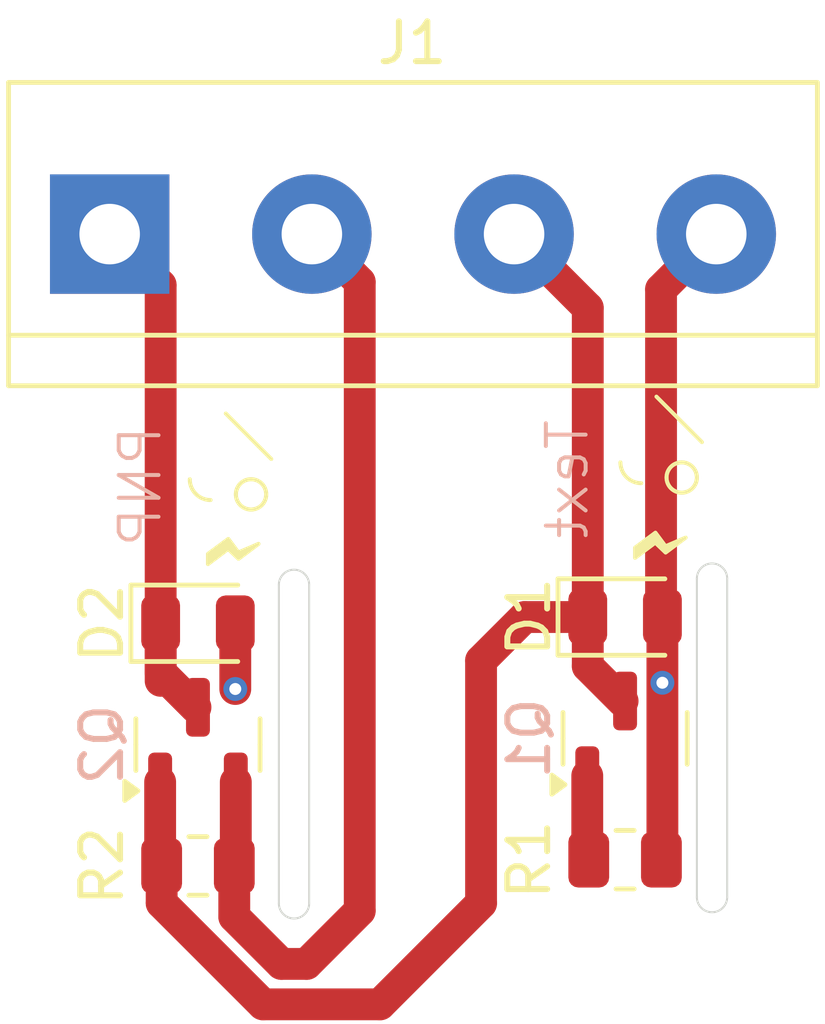
<source format=kicad_pcb>
(kicad_pcb (version 20240108) (generator "pcbnew") (generator_version "8.0")
  (layers (0 "F.Cu" signal) (31 "B.Cu" signal) (34 "B.Paste" user) (35 "F.Paste" user) (36 "B.SilkS" user "B.Silkscreen") (37 "F.SilkS" user "F.Silkscreen") (38 "B.Mask" user) (39 "F.Mask" user) (44 "Edge.Cuts" user))
  (net 0 "")
  (net 1 "/nType/Output")
  (net 2 "GND")
  (net 3 "/Input")
  (net 4 "VDC")
  (net 5 "/pType/Output")
  (footprint "Diode_SMD:D_0805_2012Metric" (layer "F.Cu") (at 34.098499 25.8295)
    (property "Reference" "D1" (at -2.413 0 -90) (layer "F.SilkS"))
    (property "Value" "D_Schottky_Small")
    (fp_line (start -1.684999 -0.96) (end -1.684999 0.96) (stroke (width 0.12)) (layer "F.SilkS"))
    (fp_line (start -1.684999 0.96) (end 1 0.96) (stroke (width 0.12)) (layer "F.SilkS"))
    (fp_line (start 1 -0.96) (end -1.684999 -0.96) (stroke (width 0.12)) (layer "F.SilkS"))
    (pad "1" smd roundrect (at -0.937501 0) (size 0.975 1.4) (layers "F.Cu" "F.Paste" "F.Mask") (net 1 "/nType/Output"))
    (pad "2" smd roundrect (at 0.937501 0) (size 0.975 1.4) (layers "F.Cu" "F.Paste" "F.Mask") (net 2 "GND"))
  )
  (footprint "Resistor_SMD:R_0805_2012Metric" (layer "F.Cu") (at 23.368 32.082498 180)
    (property "Reference" "R2" (at 2.413 0 90) (layer "F.SilkS"))
    (property "Value" "10k")
    (fp_line (start -0.227064 0.735) (end 0.227064 0.735) (stroke (width 0.12)) (layer "F.SilkS"))
    (fp_line (start -0.227064 -0.735) (end 0.227064 -0.735) (stroke (width 0.12)) (layer "F.SilkS"))
    (pad "1" smd roundrect (at -0.9125 0 180) (size 1.025 1.4) (layers "F.Cu" "F.Paste" "F.Mask") (roundrect_rratio 0.243902) (net 4 "VDC"))
    (pad "2" smd roundrect (at 0.9125 0 180) (size 1.025 1.4) (layers "F.Cu" "F.Paste" "F.Mask") (roundrect_rratio 0.243902) (net 1 "/nType/Output"))
  )
  (footprint "Package_TO_SOT_SMD:SOT-23" (layer "F.Cu") (at 23.368 29.034498 90)
    (property "Reference" "Q2" (at 0 -2.413 90) (layer "B.SilkS") (effects (justify mirror)))
    (property "Value" "BC807")
    (fp_line (start 0 -1.560001) (end 0.65 -1.56) (stroke (width 0.12)) (layer "F.SilkS"))
    (fp_line (start 0 -1.560001) (end -0.65 -1.56) (stroke (width 0.12)) (layer "F.SilkS"))
    (fp_line (start 0 1.560001) (end 0.65 1.56) (stroke (width 0.12)) (layer "F.SilkS"))
    (fp_line (start 0 1.560001) (end -0.65 1.56) (stroke (width 0.12)) (layer "F.SilkS"))
    (fp_poly (pts (xy -1.1625 -1.51) (xy -1.4025 -1.84) (xy -0.9225 -1.839999) (xy -1.1625 -1.51)) (stroke (width 0.12)) (fill solid) (layer "F.SilkS"))
    (pad "1" smd roundrect (at -0.9375 -0.95 90) (size 1.475 0.6) (layers "F.Cu" "F.Paste" "F.Mask") (net 1 "/nType/Output"))
    (pad "2" smd roundrect (at -0.9375 0.95 90) (size 1.475 0.6) (layers "F.Cu" "F.Paste" "F.Mask") (net 4 "VDC"))
    (pad "3" smd roundrect (at 0.937501 0 90) (size 1.475 0.6) (layers "F.Cu" "F.Paste" "F.Mask") (net 5 "/pType/Output"))
  )
  (footprint "TerminalBlock:TerminalBlock_bornier-4_P5.08mm" (layer "F.Cu") (at 21.1495 16.209)
    (property "Reference" "J1" (at 7.6 -4.8 0) (layer "F.SilkS"))
    (property "Value" "Screw_Terminal_01x04")
    (fp_line (start -2.54 -3.81) (end -2.54 3.81) (stroke (width 0.12)) (layer "F.SilkS"))
    (fp_line (start -2.54 -3.81) (end 17.78 -3.81) (stroke (width 0.12)) (layer "F.SilkS"))
    (fp_line (start -2.54 3.81) (end 17.78 3.81) (stroke (width 0.12)) (layer "F.SilkS"))
    (fp_line (start 17.78 2.54) (end -2.54 2.54) (stroke (width 0.12)) (layer "F.SilkS"))
    (fp_line (start 17.78 3.81) (end 17.78 -3.81) (stroke (width 0.12)) (layer "F.SilkS"))
    (pad "1" thru_hole rect (at 0 0) (size 3 3) (drill 1.52) (layers "*.Cu" "*.Mask") (net 5 "/pType/Output"))
    (pad "2" thru_hole circle (at 5.08 0) (size 3 3) (drill 1.52) (layers "*.Cu" "*.Mask") (net 4 "VDC"))
    (pad "3" thru_hole circle (at 10.16 0) (size 3 3) (drill 1.52) (layers "*.Cu" "*.Mask") (net 1 "/nType/Output"))
    (pad "4" thru_hole circle (at 15.24 0) (size 3 3) (drill 1.52) (layers "*.Cu" "*.Mask") (net 2 "GND"))
  )
  (footprint "Diode_SMD:D_0805_2012Metric" (layer "F.Cu") (at 23.368 25.986498)
    (property "Reference" "D2" (at -2.413 0 -90) (layer "F.SilkS"))
    (property "Value" "D_Schottky_Small")
    (fp_line (start -1.684999 -0.96) (end -1.684999 0.96) (stroke (width 0.12)) (layer "F.SilkS"))
    (fp_line (start -1.684999 0.96) (end 1 0.96) (stroke (width 0.12)) (layer "F.SilkS"))
    (fp_line (start 1 -0.96) (end -1.684999 -0.96) (stroke (width 0.12)) (layer "F.SilkS"))
    (pad "1" smd roundrect (at -0.937501 0) (size 0.975 1.4) (layers "F.Cu" "F.Paste" "F.Mask") (net 5 "/pType/Output"))
    (pad "2" smd roundrect (at 0.937501 0) (size 0.975 1.4) (layers "F.Cu" "F.Paste" "F.Mask") (net 2 "GND"))
  )
  (footprint "Resistor_SMD:R_0805_2012Metric" (layer "F.Cu") (at 34.098499 31.9255)
    (property "Reference" "R1" (at -2.413 0 -90) (layer "F.SilkS"))
    (property "Value" "10k")
    (fp_line (start -0.227064 -0.735) (end 0.227064 -0.735) (stroke (width 0.12)) (layer "F.SilkS"))
    (fp_line (start -0.227064 0.735) (end 0.227064 0.735) (stroke (width 0.12)) (layer "F.SilkS"))
    (pad "1" smd roundrect (at -0.9125 0) (size 1.025 1.4) (layers "F.Cu" "F.Paste" "F.Mask") (roundrect_rratio 0.243902) (net 3 "/Input"))
    (pad "2" smd roundrect (at 0.9125 0) (size 1.025 1.4) (layers "F.Cu" "F.Paste" "F.Mask") (roundrect_rratio 0.243902) (net 2 "GND"))
  )
  (footprint "Package_TO_SOT_SMD:SOT-23" (layer "F.Cu") (at 34.098499 28.8775 90)
    (property "Reference" "Q1" (at 0 -2.413 90) (layer "B.SilkS") (effects (justify mirror)))
    (property "Value" "MMBT2222A")
    (fp_line (start 0 -1.560001) (end 0.65 -1.56) (stroke (width 0.12)) (layer "F.SilkS"))
    (fp_line (start 0 -1.560001) (end -0.65 -1.56) (stroke (width 0.12)) (layer "F.SilkS"))
    (fp_line (start 0 1.560001) (end 0.65 1.56) (stroke (width 0.12)) (layer "F.SilkS"))
    (fp_line (start 0 1.560001) (end -0.65 1.56) (stroke (width 0.12)) (layer "F.SilkS"))
    (fp_poly (pts (xy -1.1625 -1.51) (xy -1.4025 -1.84) (xy -0.9225 -1.839999) (xy -1.1625 -1.51)) (stroke (width 0.12)) (fill solid) (layer "F.SilkS"))
    (pad "1" smd roundrect (at -0.9375 -0.95 90) (size 1.475 0.6) (layers "F.Cu" "F.Paste" "F.Mask") (net 3 "/Input"))
    (pad "2" smd roundrect (at -0.9375 0.95 90) (size 1.475 0.6) (layers "F.Cu" "F.Paste" "F.Mask") (net 2 "GND"))
    (pad "3" smd roundrect (at 0.937501 0 90) (size 1.475 0.6) (layers "F.Cu" "F.Paste" "F.Mask") (net 1 "/nType/Output"))
  )
  (gr_circle (center 35.520899 22.3243) (end 35.139899 22.3243) (stroke (width 0.1)) (fill none) (layer "F.SilkS"))
  (gr_poly (pts (xy 23.619188 24.498847) (xy 24.127188 24.117847) (xy 24.386379 24.366656) (xy 24.889188 23.990847) (xy 24.384 24.208498) (xy 24.130415 23.867074) (xy 23.619188 24.244847)) (stroke (width 0.1)) (fill solid) (layer "F.SilkS"))
  (gr_line (start 24.0665 20.715998) (end 25.2095 21.858998) (stroke (width 0.1)) (layer "F.SilkS"))
  (gr_circle (center 24.7015 22.747998) (end 24.3205 22.747998) (stroke (width 0.1)) (fill none) (layer "F.SilkS"))
  (gr_poly (pts (xy 34.349687 24.341849) (xy 34.857687 23.960849) (xy 35.116878 24.209658) (xy 35.619687 23.833849) (xy 35.114499 24.0515) (xy 34.860914 23.710076) (xy 34.349687 24.087849)) (stroke (width 0.1)) (fill solid) (layer "F.SilkS"))
  (gr_circle (center 24.7015 22.747998) (end 24.3205 22.747998) (stroke (width 0.1)) (fill none) (layer "F.SilkS"))
  (gr_circle (center 35.520899 22.3243) (end 35.139899 22.3243) (stroke (width 0.1)) (fill none) (layer "F.SilkS"))
  (gr_arc (start 23.6855 22.890632) (mid 23.315235 22.737263) (end 23.161866 22.366998) (stroke (width 0.1)) (layer "F.SilkS"))
  (gr_line (start 34.885899 20.2923) (end 36.028899 21.4353) (stroke (width 0.1)) (layer "F.SilkS"))
  (gr_arc (start 34.504899 22.466934) (mid 34.134634 22.313565) (end 33.981265 21.9433) (stroke (width 0.1)) (layer "F.SilkS"))
  (gr_line (start 36.663899 24.8643) (end 36.663899 32.8653) (stroke (width 0.05)) (layer "Edge.Cuts"))
  (gr_arc (start 35.901899 24.8643) (mid 36.282899 24.4833) (end 36.663899 24.8643) (stroke (width 0.05)) (layer "Edge.Cuts"))
  (gr_arc (start 36.663899 32.8653) (mid 36.282899 33.2463) (end 35.901899 32.8653) (stroke (width 0.05)) (layer "Edge.Cuts"))
  (gr_arc (start 26.162 33.022298) (mid 25.781 33.403298) (end 25.4 33.022298) (stroke (width 0.05)) (layer "Edge.Cuts"))
  (gr_line (start 35.901899 32.8653) (end 35.901899 24.8643) (stroke (width 0.05)) (layer "Edge.Cuts"))
  (gr_line (start 25.4 33.022298) (end 25.4 25.021298) (stroke (width 0.05)) (layer "Edge.Cuts"))
  (gr_line (start 26.162 25.021298) (end 26.162 33.022298) (stroke (width 0.05)) (layer "Edge.Cuts"))
  (gr_arc (start 25.4 25.021298) (mid 25.781 24.640298) (end 26.162 25.021298) (stroke (width 0.05)) (layer "Edge.Cuts"))
  (gr_text "PNP" (at 22.5044 20.957298 90) (layer "B.SilkS") (effects (font (size 1 1) (thickness 0.1)) (justify left bottom mirror)))
  (gr_text "Text" (at 33.234899 20.8003 90) (layer "B.SilkS") (effects (font (size 1 1) (thickness 0.1)) (justify left bottom mirror)))
  (segment (start 22.418 32.044998) (end 22.4555 32.082498) (width 0.8) (layer "F.Cu") (net 1))
  (segment (start 30.48 33.02) (end 30.48 26.924) (width 0.8) (layer "F.Cu") (net 1))
  (segment (start 27.94 35.56) (end 30.48 33.02) (width 0.8) (layer "F.Cu") (net 1))
  (segment (start 33.160998 27.064998) (end 34.036 27.94) (width 0.8) (layer "F.Cu") (net 1))
  (segment (start 22.4555 33.013713) (end 25.001787 35.56) (width 0.8) (layer "F.Cu") (net 1))
  (segment (start 22.4555 32.004) (end 22.4555 33.013713) (width 0.8) (layer "F.Cu") (net 1))
  (segment (start 33.160998 25.8295) (end 33.160998 18.060498) (width 0.8) (layer "F.Cu") (net 1))
  (segment (start 30.48 26.924) (end 31.5745 25.8295) (width 0.8) (layer "F.Cu") (net 1))
  (segment (start 33.160998 25.8295) (end 33.160998 27.064998) (width 0.8) (layer "F.Cu") (net 1))
  (segment (start 31.5745 25.8295) (end 33.160998 25.8295) (width 0.8) (layer "F.Cu") (net 1))
  (segment (start 22.418 29.971998) (end 22.418 32.044998) (width 0.8) (layer "F.Cu") (net 1))
  (segment (start 25.001787 35.56) (end 27.94 35.56) (width 0.8) (layer "F.Cu") (net 1))
  (segment (start 33.160998 18.060498) (end 31.3095 16.209) (width 0.8) (layer "F.Cu") (net 1))
  (segment (start 36.3895 16.209) (end 35.001899 17.596601) (width 0.8) (layer "F.Cu") (net 2))
  (segment (start 24.305501 25.986498) (end 24.305501 27.637498) (width 0.8) (layer "F.Cu") (net 2))
  (segment (start 35.036 31.900499) (end 35.010999 31.9255) (width 0.8) (layer "F.Cu") (net 2))
  (segment (start 35.001899 17.596601) (end 35.001899 25.8295) (width 0.8) (layer "F.Cu") (net 2))
  (segment (start 35.036 25.8295) (end 35.036 31.900499) (width 0.8) (layer "F.Cu") (net 2))
  (via (at 35.036 27.4805) (size 0.6) (drill 0.3) (layers "F.Cu" "B.Cu") (net 2))
  (via (at 24.305501 27.637498) (size 0.6) (drill 0.3) (layers "F.Cu" "B.Cu") (net 2))
  (segment (start 33.148499 31.888) (end 33.185999 31.9255) (width 0.8) (layer "F.Cu") (net 3))
  (segment (start 33.148499 29.815) (end 33.148499 31.888) (width 0.8) (layer "F.Cu") (net 3))
  (segment (start 24.318 29.971998) (end 24.318 32.044998) (width 0.8) (layer "F.Cu") (net 4))
  (segment (start 24.2805 32.082499) (end 24.2805 33.359791) (width 0.8) (layer "F.Cu") (net 4))
  (segment (start 27.432 17.4115) (end 26.2295 16.209) (width 0.8) (layer "F.Cu") (net 4))
  (segment (start 26.097291 34.544) (end 27.432 33.209291) (width 0.8) (layer "F.Cu") (net 4))
  (segment (start 25.464709 34.544) (end 26.097291 34.544) (width 0.8) (layer "F.Cu") (net 4))
  (segment (start 24.2805 33.359791) (end 25.464709 34.544) (width 0.8) (layer "F.Cu") (net 4))
  (segment (start 27.432 33.209291) (end 27.432 17.4115) (width 0.8) (layer "F.Cu") (net 4))
  (segment (start 24.318 32.044998) (end 24.2805 32.082498) (width 0.8) (layer "F.Cu") (net 4))
  (segment (start 22.430499 25.986498) (end 22.430499 27.221996) (width 0.8) (layer "F.Cu") (net 5))
  (segment (start 22.430499 27.221996) (end 23.305501 28.096998) (width 0.8) (layer "F.Cu") (net 5))
  (segment (start 22.430499 27.432001) (end 22.430499 17.489999) (width 0.8) (layer "F.Cu") (net 5))
  (segment (start 22.430499 17.489999) (end 21.1495 16.209) (width 0.8) (layer "F.Cu") (net 5))
)
</source>
